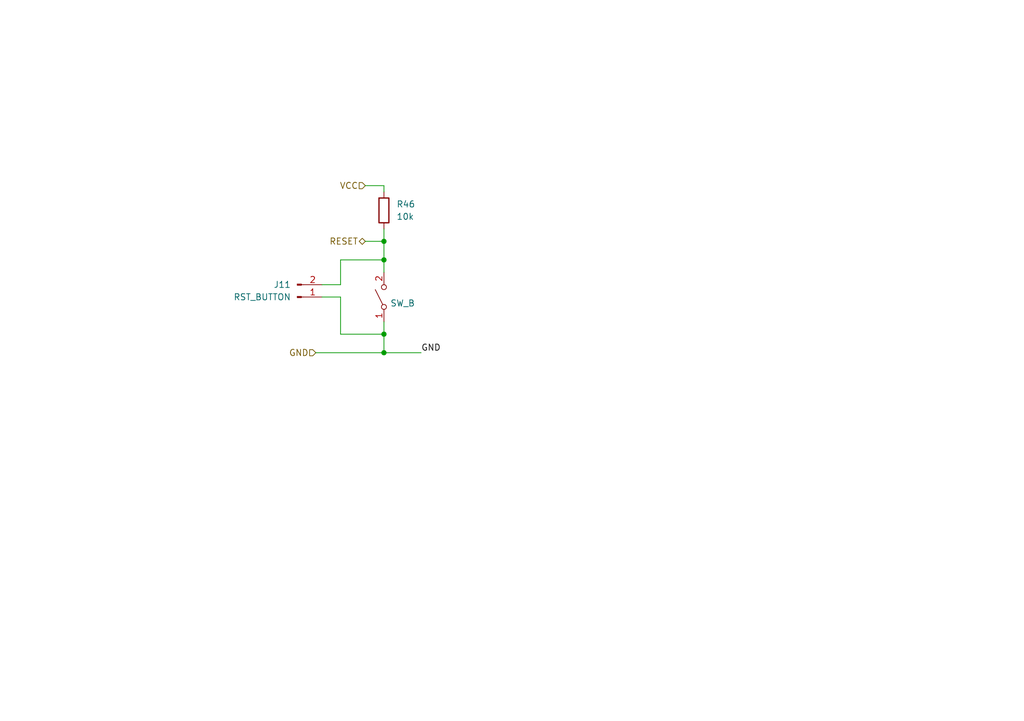
<source format=kicad_sch>
(kicad_sch (version 20231120) (generator "eeschema") (generator_version "8.0")
  (paper "A5")
  (title_block (title "REset") (date "2024-04-17") (rev "1.0"))
  (lib_symbols
    (symbol "Connector:Conn_01x02_Pin" (pin_names (offset 1.016) hide)
      (property "Reference" "J" (at 0 2.54 0))
      (property "Value" "Conn_01x02_Pin" (at 0 -5.08 0))
      (symbol "Conn_01x02_Pin_1_1"
        (polyline (pts (xy 1.27 -2.54) (xy 0.8636 -2.54)) (stroke (width 0.1524)))
        (polyline (pts (xy 1.27 0) (xy 0.8636 0)) (stroke (width 0.1524)))
        (rectangle (start 0.8636 -2.413) (end 0 -2.667) (stroke (width 0.1524)) (fill (type outline)))
        (rectangle (start 0.8636 0.127) (end 0 -0.127) (stroke (width 0.1524)) (fill (type outline)))
        (pin passive line (at 5.08 0 180) (length 3.81) (name "Pin_1") (number "1"))
        (pin passive line (at 5.08 -2.54 180) (length 3.81) (name "Pin_2") (number "2"))
      )
    )
    (symbol "Device:R" (pin_numbers hide) (pin_names (offset 0))
      (property "Reference" "R" (at 2.032 0 90))
      (property "Value" "R" (at 0 0 90))
      (symbol "R_0_1"
        (rectangle (start -1.016 -2.54) (end 1.016 2.54) (stroke (width 0.254)))
      )
      (symbol "R_1_1"
        (pin passive line (at 0 3.81 270) (length 1.27) (name "~") (number "1"))
        (pin passive line (at 0 -3.81 90) (length 1.27) (name "~") (number "2"))
      )
    )
    (symbol "Switch:SW_DPST_x2" (pin_names (offset 0) hide)
      (property "Reference" "SW" (at 0 3.175 0))
      (property "Value" "SW_DPST_x2" (at 0 -2.54 0))
      (symbol "SW_DPST_x2_0_0"
        (circle (center -2.032 0) (radius 0.508))
        (polyline (pts (xy -1.524 0.254) (xy 1.524 1.778)))
        (circle (center 2.032 0) (radius 0.508))
      )
      (symbol "SW_DPST_x2_1_1"
        (pin passive line (at -5.08 0 0) (length 2.54) (name "A") (number "1"))
        (pin passive line (at 5.08 0 180) (length 2.54) (name "B") (number "2"))
      )
      (symbol "SW_DPST_x2_2_1"
        (pin passive line (at -5.08 0 0) (length 2.54) (name "A") (number "3"))
        (pin passive line (at 5.08 0 180) (length 2.54) (name "B") (number "4"))
      )
    )
  )
  (junction (at 78.74 72.39))
  (junction (at 78.74 53.34))
  (junction (at 78.74 49.53))
  (junction (at 78.74 68.58))
  (wire (pts (xy 69.85 68.58) (xy 78.74 68.58)))
  (wire (pts (xy 66.04 60.96) (xy 69.85 60.96)))
  (wire (pts (xy 69.85 60.96) (xy 69.85 68.58)))
  (wire (pts (xy 69.85 58.42) (xy 69.85 53.34)))
  (wire (pts (xy 78.74 39.37) (xy 78.74 38.1)))
  (wire (pts (xy 78.74 46.99) (xy 78.74 49.53)))
  (wire (pts (xy 78.74 66.04) (xy 78.74 68.58)))
  (wire (pts (xy 69.85 53.34) (xy 78.74 53.34)))
  (wire (pts (xy 78.74 72.39) (xy 86.36 72.39)))
  (wire (pts (xy 64.77 72.39) (xy 78.74 72.39)))
  (wire (pts (xy 78.74 49.53) (xy 74.93 49.53)))
  (wire (pts (xy 74.93 38.1) (xy 78.74 38.1)))
  (wire (pts (xy 78.74 53.34) (xy 78.74 55.88)))
  (wire (pts (xy 66.04 58.42) (xy 69.85 58.42)))
  (wire (pts (xy 78.74 49.53) (xy 78.74 53.34)))
  (wire (pts (xy 78.74 68.58) (xy 78.74 72.39)))
  (label "GND" (at 86.36 72.39 0))
  (hierarchical_label "GND" (shape input) (at 64.77 72.39 180))
  (hierarchical_label "RESET" (shape bidirectional) (at 74.93 49.53 180))
  (hierarchical_label "VCC" (shape input) (at 74.93 38.1 180))
  (symbol (lib_id "Switch:SW_DPST_x2") (at 78.74 60.96 90) (unit 1)
    (property "Reference" "SW4" (effects (hide yes)))
    (property "Value" "SW_B" (at 80.01 62.2299 90) (effects (justify right)))
    (property "Footprint" "Button_Switch_SMD:SW_Push_1P1T_NO_CK_KSC7xxJ" (effects (hide yes)))
    (property "Description" "Single Pole Single Throw (SPST) switch, separate symbol" (effects (hide yes)))
  )
  (symbol (lib_id "Connector:Conn_01x02_Pin") (at 60.96 60.96 0) (mirror x) (unit 1)
    (property "Reference" "J11" (at 59.69 58.4199 0) (effects (justify right)))
    (property "Value" "RST_BUTTON" (at 59.69 60.9599 0) (effects (justify right)))
    (property "Footprint" "TerminalBlock_Phoenix:TerminalBlock_Phoenix_MPT-0,5-2-2.54_1x02_P2.54mm_Horizontal" (effects (hide yes)))
  )
  (symbol (lib_id "Device:R") (at 78.74 43.18 0) (unit 1)
    (property "Reference" "R46" (at 81.28 41.91 0) (effects (justify left)))
    (property "Value" "10k" (at 81.28 44.45 0) (effects (justify left)))
    (property "Footprint" "Resistor_SMD:R_0603_1608Metric" (effects (hide yes)))
  )
)
</source>
